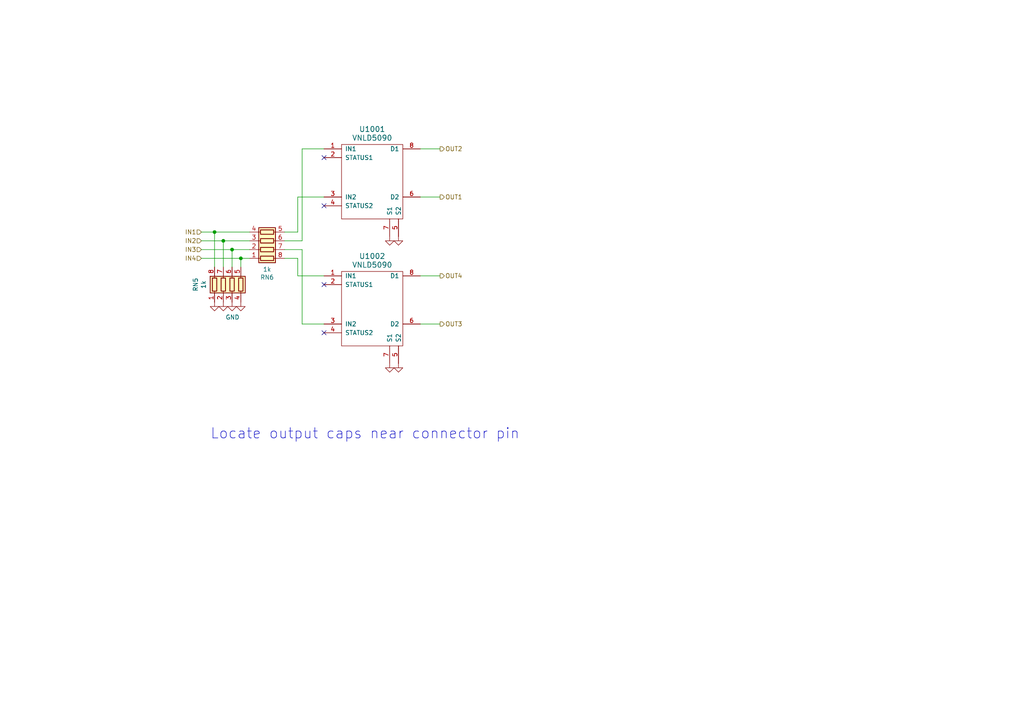
<source format=kicad_sch>
(kicad_sch (version 20230121) (generator eeschema)
  (paper "A4")
  (title_block (title "Polygonus") (date "2024-11-14") (rev "v1.6.1") (comment 2 "rusefi.com/s/proteus"))
  (lib_symbols
    (symbol "Device:R_Pack04" (pin_names (offset 0) hide)
      (property "Reference" "RN" (at -7.62 0 90))
      (property "Value" "R_Pack04" (at 5.08 0 90))
      (symbol "R_Pack04_0_1"
        (rectangle (start -6.35 -2.413) (end 3.81 2.413) (stroke (width 0.254)) (fill (type background)))
        (rectangle (start -5.715 1.905) (end -4.445 -1.905) (stroke (width 0.254)))
        (rectangle (start -3.175 1.905) (end -1.905 -1.905) (stroke (width 0.254)))
        (rectangle (start -0.635 1.905) (end 0.635 -1.905) (stroke (width 0.254)))
        (polyline (pts (xy -5.08 -2.54) (xy -5.08 -1.905)))
        (polyline (pts (xy -5.08 1.905) (xy -5.08 2.54)))
        (polyline (pts (xy -2.54 -2.54) (xy -2.54 -1.905)))
        (polyline (pts (xy -2.54 1.905) (xy -2.54 2.54)))
        (polyline (pts (xy 0 -2.54) (xy 0 -1.905)))
        (polyline (pts (xy 0 1.905) (xy 0 2.54)))
        (polyline (pts (xy 2.54 -2.54) (xy 2.54 -1.905)))
        (polyline (pts (xy 2.54 1.905) (xy 2.54 2.54)))
        (rectangle (start 1.905 1.905) (end 3.175 -1.905) (stroke (width 0.254)))
      )
      (symbol "R_Pack04_1_1"
        (pin passive line (at -5.08 -5.08 90) (length 2.54) (name "R1.1") (number "1"))
        (pin passive line (at -2.54 -5.08 90) (length 2.54) (name "R2.1") (number "2"))
        (pin passive line (at 0 -5.08 90) (length 2.54) (name "R3.1") (number "3"))
        (pin passive line (at 2.54 -5.08 90) (length 2.54) (name "R4.1") (number "4"))
        (pin passive line (at 2.54 5.08 270) (length 2.54) (name "R4.2") (number "5"))
        (pin passive line (at 0 5.08 270) (length 2.54) (name "R3.2") (number "6"))
        (pin passive line (at -2.54 5.08 270) (length 2.54) (name "R2.2") (number "7"))
        (pin passive line (at -5.08 5.08 270) (length 2.54) (name "R1.2") (number "8"))
      )
    )
    (symbol "GND_1" (power) (pin_names (offset 0))
      (property "Value" "GND_1" (at 0 -3.81 0))
      (symbol "GND_1_0_1"
        (polyline (pts (xy 0 0) (xy 0 -1.27) (xy 1.27 -1.27) (xy 0 -2.54) (xy -1.27 -1.27) (xy 0 -1.27)))
      )
      (symbol "GND_1_1_1"
        (pin power_in line (at 0 0 270) (length 0) hide (name "GND") (number "1"))
      )
    )
    (symbol "power:GND" (power) (pin_names (offset 0))
      (property "Value" "GND" (at 0 -3.81 0))
      (symbol "GND_0_1"
        (polyline (pts (xy 0 0) (xy 0 -1.27) (xy 1.27 -1.27) (xy 0 -2.54) (xy -1.27 -1.27) (xy 0 -1.27)))
      )
      (symbol "GND_1_1"
        (pin power_in line (at 0 0 270) (length 0) hide (name "GND") (number "1"))
      )
    )
    (symbol "vnld5090:VNLD5090" (pin_names (offset 1.016))
      (property "Reference" "U" (at -6.35 12.7 0))
      (property "Value" "VNLD5090" (at -2.54 -11.43 0))
      (symbol "VNLD5090_0_1"
        (rectangle (start -8.89 11.43) (end 8.89 -10.16))
      )
      (symbol "VNLD5090_1_1"
        (pin input line (at -13.97 10.16 0) (length 5.08) (name "IN1") (number "1"))
        (pin open_collector line (at -13.97 7.62 0) (length 5.08) (name "STATUS1") (number "2"))
        (pin input line (at -13.97 -3.81 0) (length 5.08) (name "IN2") (number "3"))
        (pin open_collector line (at -13.97 -6.35 0) (length 5.08) (name "STATUS2") (number "4"))
        (pin power_in line (at 7.62 -15.24 90) (length 5.08) (name "S2") (number "5"))
        (pin power_out line (at 13.97 -3.81 180) (length 5.08) (name "D2") (number "6"))
        (pin power_in line (at 5.08 -15.24 90) (length 5.08) (name "S1") (number "7"))
        (pin power_out line (at 13.97 10.16 180) (length 5.08) (name "D1") (number "8"))
      )
    )
  )
  (junction (at 64.77 69.85))
  (junction (at 69.85 74.93))
  (junction (at 67.31 72.39))
  (junction (at 62.23 67.31))
  (no_connect (at 93.98 96.52))
  (no_connect (at 93.98 45.72))
  (no_connect (at 93.98 59.69))
  (no_connect (at 93.98 82.55))
  (wire (pts (xy 82.55 72.39) (xy 87.63 72.39)))
  (wire (pts (xy 121.92 93.98) (xy 127.635 93.98)))
  (wire (pts (xy 64.77 69.85) (xy 72.39 69.85)))
  (wire (pts (xy 86.36 74.93) (xy 86.36 80.01)))
  (wire (pts (xy 121.92 57.15) (xy 127.635 57.15)))
  (wire (pts (xy 87.63 72.39) (xy 87.63 93.98)))
  (wire (pts (xy 86.36 57.15) (xy 93.98 57.15)))
  (wire (pts (xy 87.63 43.18) (xy 93.98 43.18)))
  (wire (pts (xy 58.42 69.85) (xy 64.77 69.85)))
  (wire (pts (xy 87.63 69.85) (xy 87.63 43.18)))
  (wire (pts (xy 69.85 77.47) (xy 69.85 74.93)))
  (wire (pts (xy 64.77 77.47) (xy 64.77 69.85)))
  (wire (pts (xy 86.36 67.31) (xy 86.36 57.15)))
  (wire (pts (xy 87.63 93.98) (xy 93.98 93.98)))
  (wire (pts (xy 62.23 67.31) (xy 62.23 77.47)))
  (wire (pts (xy 86.36 80.01) (xy 93.98 80.01)))
  (wire (pts (xy 72.39 67.31) (xy 62.23 67.31)))
  (wire (pts (xy 58.42 74.93) (xy 69.85 74.93)))
  (wire (pts (xy 82.55 69.85) (xy 87.63 69.85)))
  (wire (pts (xy 58.42 67.31) (xy 62.23 67.31)))
  (wire (pts (xy 121.92 80.01) (xy 127.635 80.01)))
  (wire (pts (xy 69.85 74.93) (xy 72.39 74.93)))
  (wire (pts (xy 82.55 67.31) (xy 86.36 67.31)))
  (wire (pts (xy 58.42 72.39) (xy 67.31 72.39)))
  (wire (pts (xy 82.55 74.93) (xy 86.36 74.93)))
  (wire (pts (xy 72.39 72.39) (xy 67.31 72.39)))
  (wire (pts (xy 121.92 43.18) (xy 127.635 43.18)))
  (wire (pts (xy 67.31 72.39) (xy 67.31 77.47)))
  (text "Locate output caps near connector pin" (at 60.96 127.635 0) (effects (font (size 2.9972 2.9972)) (justify left bottom)))
  (hierarchical_label "IN2" (shape input) (at 58.42 69.85 180))
  (hierarchical_label "IN4" (shape input) (at 58.42 74.93 180))
  (hierarchical_label "OUT2" (shape output) (at 127.635 43.18 0))
  (hierarchical_label "OUT1" (shape output) (at 127.635 57.15 0))
  (hierarchical_label "OUT3" (shape output) (at 127.635 93.98 0))
  (hierarchical_label "IN1" (shape input) (at 58.42 67.31 180))
  (hierarchical_label "OUT4" (shape output) (at 127.635 80.01 0))
  (hierarchical_label "IN3" (shape input) (at 58.42 72.39 180))
  (symbol (lib_id "Device:R_Pack04") (at 77.47 69.85 270) (mirror x) (unit 1)
    (property "Reference" "RN6" (at 77.47 80.4418 90))
    (property "Value" "1k" (at 77.47 78.1304 90))
    (property "Footprint" "Resistor_SMD:R_Array_Convex_4x0603" (effects hide))
    (property "LCSC" "C20197" (effects hide))
    (property "LCSC_ext" "0" (effects hide))
    (instances (project "polygonus-Shortage-Version" (path "" (reference "RN6") (unit 1)) (path "" (reference "RN8") (unit 1)) (path "" (reference "RN10") (unit 1))))
  )
  (symbol (lib_id "Device:R_Pack04") (at 67.31 82.55 0) (unit 1)
    (property "Reference" "RN5" (at 56.7182 82.55 90))
    (property "Value" "1k" (at 59.0296 82.55 90))
    (property "Footprint" "Resistor_SMD:R_Array_Convex_4x0603" (effects hide))
    (property "LCSC" "C20197" (effects hide))
    (property "LCSC_ext" "0" (effects hide))
    (instances (project "polygonus-Shortage-Version" (path "" (reference "RN5") (unit 1)) (path "" (reference "RN7") (unit 1)) (path "" (reference "RN9") (unit 1))))
  )
  (symbol (lib_id "power:GND") (at 62.23 87.63 0) (unit 1)
    (property "Reference" "#PWR0221" (effects hide))
    (property "Value" "GND" (effects hide))
    (instances (project "polygonus-Shortage-Version" (path "" (reference "#PWR0221") (unit 1)) (path "" (reference "#PWR0229") (unit 1)) (path "" (reference "#PWR0237") (unit 1))))
  )
  (symbol (lib_id "power:GND") (at 64.77 87.63 0) (unit 1)
    (property "Reference" "#PWR0222" (effects hide))
    (property "Value" "GND" (effects hide))
    (instances (project "polygonus-Shortage-Version" (path "" (reference "#PWR0222") (unit 1)) (path "" (reference "#PWR0230") (unit 1)) (path "" (reference "#PWR0238") (unit 1))))
  )
  (symbol (lib_id "power:GND") (at 67.31 87.63 0) (unit 1)
    (property "Reference" "#PWR0223" (effects hide))
    (property "Value" "GND" (at 67.437 92.0242 0))
    (instances (project "polygonus-Shortage-Version" (path "" (reference "#PWR0223") (unit 1)) (path "" (reference "#PWR0231") (unit 1)) (path "" (reference "#PWR0239") (unit 1))))
  )
  (symbol (lib_id "power:GND") (at 69.85 87.63 0) (unit 1)
    (property "Reference" "#PWR0224" (effects hide))
    (property "Value" "GND" (effects hide))
    (instances (project "polygonus-Shortage-Version" (path "" (reference "#PWR0224") (unit 1)) (path "" (reference "#PWR0232") (unit 1)) (path "" (reference "#PWR0240") (unit 1))))
  )
  (symbol (lib_name "GND_1") (lib_id "power:GND") (at 113.03 68.58 0) (unit 1)
    (property "Reference" "#PWR01001" (effects hide))
    (property "Value" "GND" (effects hide))
    (instances (project "polygonus-Shortage-Version" (path "" (reference "#PWR01001") (unit 1)) (path "" (reference "#PWR01101") (unit 1)) (path "" (reference "#PWR01201") (unit 1))))
  )
  (symbol (lib_name "GND_1") (lib_id "power:GND") (at 115.57 68.58 0) (unit 1)
    (property "Reference" "#PWR01002" (effects hide))
    (property "Value" "GND" (effects hide))
    (instances (project "polygonus-Shortage-Version" (path "" (reference "#PWR01002") (unit 1)) (path "" (reference "#PWR01102") (unit 1)) (path "" (reference "#PWR01202") (unit 1))))
  )
  (symbol (lib_name "GND_1") (lib_id "power:GND") (at 113.03 105.41 0) (unit 1)
    (property "Reference" "#PWR01003" (effects hide))
    (property "Value" "GND" (effects hide))
    (instances (project "polygonus-Shortage-Version" (path "" (reference "#PWR01003") (unit 1)) (path "" (reference "#PWR01103") (unit 1)) (path "" (reference "#PWR01203") (unit 1))))
  )
  (symbol (lib_name "GND_1") (lib_id "power:GND") (at 115.57 105.41 0) (unit 1)
    (property "Reference" "#PWR01004" (effects hide))
    (property "Value" "GND" (effects hide))
    (instances (project "polygonus-Shortage-Version" (path "" (reference "#PWR01004") (unit 1)) (path "" (reference "#PWR01104") (unit 1)) (path "" (reference "#PWR01204") (unit 1))))
  )
  (symbol (lib_id "vnld5090:VNLD5090") (at 107.95 53.34 0) (unit 1)
    (property "Reference" "U1001" (at 107.95 37.465 0) (effects (font (size 1.524 1.524))))
    (property "Value" "VNLD5090" (at 107.95 40.005 0) (effects (font (size 1.524 1.524))))
    (property "Footprint" "Package_SO:SOIC-8_3.9x4.9mm_P1.27mm" (effects hide))
    (property "LCSC" "C222209" (effects hide))
    (instances (project "polygonus-Shortage-Version" (path "" (reference "U1001") (unit 1)) (path "" (reference "U1101") (unit 1)) (path "" (reference "U1201") (unit 1))))
  )
  (symbol (lib_id "vnld5090:VNLD5090") (at 107.95 90.17 0) (unit 1)
    (property "Reference" "U1002" (at 107.95 74.295 0) (effects (font (size 1.524 1.524))))
    (property "Value" "VNLD5090" (at 107.95 76.835 0) (effects (font (size 1.524 1.524))))
    (property "Footprint" "Package_SO:SOIC-8_3.9x4.9mm_P1.27mm" (effects hide))
    (property "LCSC" "C222209" (effects hide))
    (instances (project "polygonus-Shortage-Version" (path "" (reference "U1002") (unit 1)) (path "" (reference "U1102") (unit 1)) (path "" (reference "U1202") (unit 1))))
  )
)
</source>
